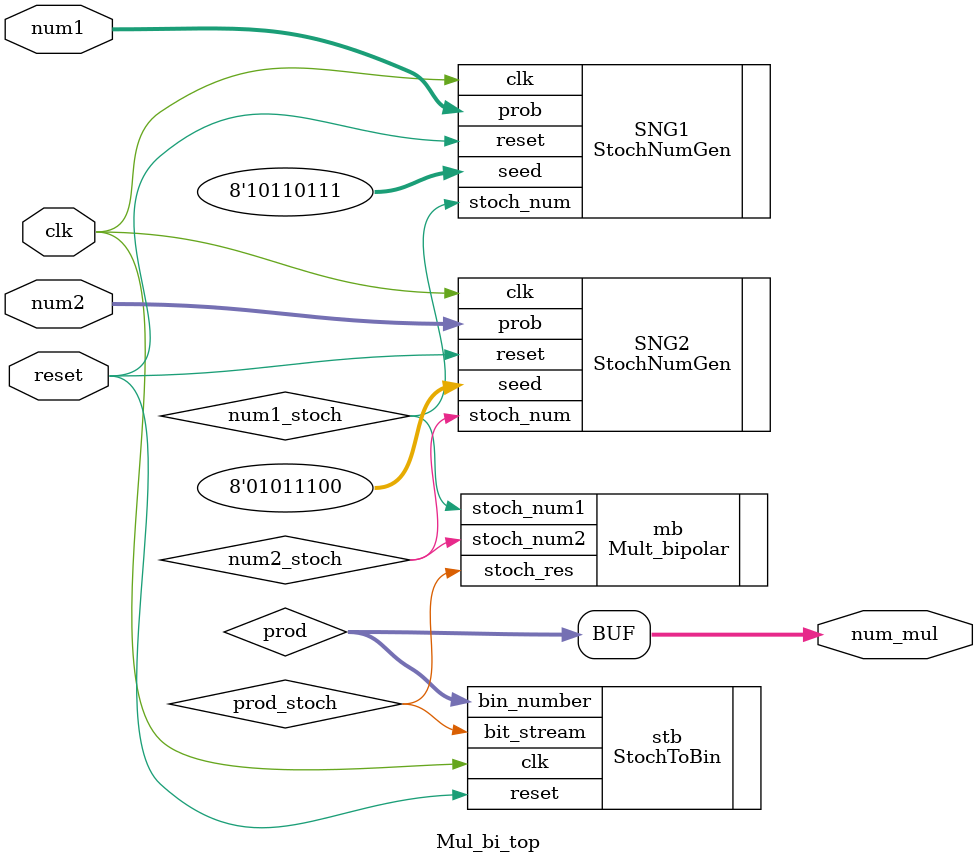
<source format=v>

module Mul_bi_top(
    input clk,
    input reset,
    input [7:0] num1,
    input [7:0] num2,
    output [7:0] num_mul
    );

    wire num1_stoch;
    wire num2_stoch;
    wire prod_stoch;
    wire [7:0] prod;

    // Generate num1, connect to RNG1
    StochNumGen SNG1(
        .clk                (clk),
        .reset              (reset),
        .seed               (8'b10110111),
        .prob               (num1),
        .stoch_num          (num1_stoch)
    );
    // Generate num2, connect to RNG2
    StochNumGen SNG2(
        .clk                (clk),
        .reset              (reset),
        .seed               (8'b01011100),
        .prob               (num2),
        .stoch_num          (num2_stoch)
    );

    // Multiply with XOR gate
    Mult_bipolar mb(
        .stoch_num1         (num1_stoch),
        .stoch_num2         (num2_stoch),
        .stoch_res          (prod_stoch)
    );

    // Estimate probability
    StochToBin stb(
        .clk                (clk),
        .reset              (reset),
        .bit_stream         (prod_stoch),
        .bin_number         (prod)
    );    

    assign num_mul = prod;

endmodule

</source>
